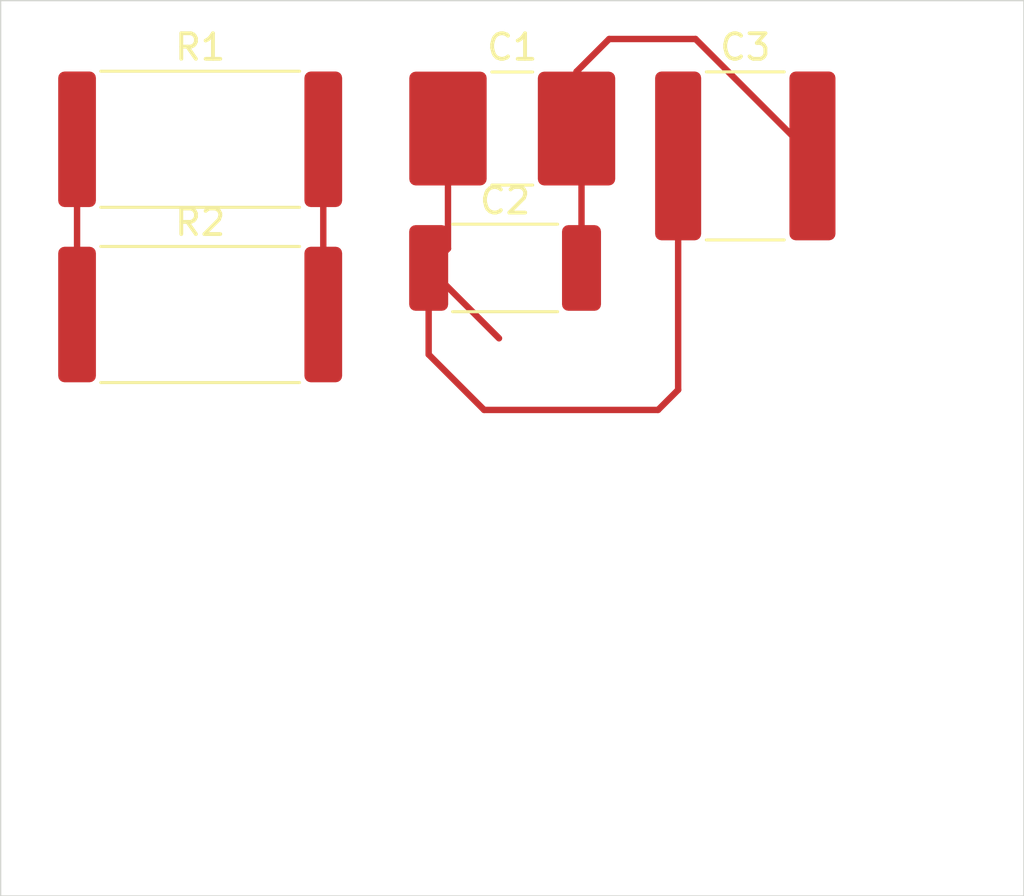
<source format=kicad_pcb>
(kicad_pcb (version 20171130) (host pcbnew 5.1.5-52549c5~84~ubuntu18.04.1)

  (general
    (thickness 1.6)
    (drawings 4)
    (tracks 16)
    (zones 0)
    (modules 5)
    (nets 5)
  )

  (page User 215.9 139.7)
  (layers
    (0 F.Cu signal)
    (31 B.Cu signal)
    (32 B.Adhes user)
    (33 F.Adhes user)
    (34 B.Paste user)
    (35 F.Paste user)
    (36 B.SilkS user)
    (37 F.SilkS user)
    (38 B.Mask user)
    (39 F.Mask user)
    (40 Dwgs.User user)
    (41 Cmts.User user)
    (42 Eco1.User user)
    (43 Eco2.User user)
    (44 Edge.Cuts user)
    (45 Margin user)
    (46 B.CrtYd user)
    (47 F.CrtYd user)
    (48 B.Fab user)
    (49 F.Fab user)
  )

  (setup
    (last_trace_width 0.25)
    (trace_clearance 0.2)
    (zone_clearance 0.508)
    (zone_45_only no)
    (trace_min 0.2)
    (via_size 0.8)
    (via_drill 0.4)
    (via_min_size 0.4)
    (via_min_drill 0.3)
    (uvia_size 0.3)
    (uvia_drill 0.1)
    (uvias_allowed no)
    (uvia_min_size 0.2)
    (uvia_min_drill 0.1)
    (edge_width 0.05)
    (segment_width 0.2)
    (pcb_text_width 0.3)
    (pcb_text_size 1.5 1.5)
    (mod_edge_width 0.12)
    (mod_text_size 1 1)
    (mod_text_width 0.15)
    (pad_size 1.524 1.524)
    (pad_drill 0.762)
    (pad_to_mask_clearance 0.051)
    (solder_mask_min_width 0.25)
    (aux_axis_origin 0 0)
    (visible_elements FFFFFF7F)
    (pcbplotparams
      (layerselection 0x010fc_ffffffff)
      (usegerberextensions false)
      (usegerberattributes false)
      (usegerberadvancedattributes false)
      (creategerberjobfile false)
      (excludeedgelayer true)
      (linewidth 0.100000)
      (plotframeref false)
      (viasonmask false)
      (mode 1)
      (useauxorigin false)
      (hpglpennumber 1)
      (hpglpenspeed 20)
      (hpglpendiameter 15.000000)
      (psnegative false)
      (psa4output false)
      (plotreference true)
      (plotvalue true)
      (plotinvisibletext false)
      (padsonsilk false)
      (subtractmaskfromsilk false)
      (outputformat 1)
      (mirror false)
      (drillshape 1)
      (scaleselection 1)
      (outputdirectory ""))
  )

  (net 0 "")
  (net 1 "Net-(C1-Pad2)")
  (net 2 "Net-(C1-Pad1)")
  (net 3 "Net-(R1-Pad2)")
  (net 4 "Net-(R1-Pad1)")

  (net_class Default "This is the default net class."
    (clearance 0.2)
    (trace_width 0.25)
    (via_dia 0.8)
    (via_drill 0.4)
    (uvia_dia 0.3)
    (uvia_drill 0.1)
    (add_net "Net-(C1-Pad1)")
    (add_net "Net-(C1-Pad2)")
    (add_net "Net-(R1-Pad1)")
    (add_net "Net-(R1-Pad2)")
  )

  (module Resistor_SMD:R_4020_10251Metric (layer F.Cu) (tedit 5B301BBD) (tstamp 5E08937B)
    (at 32.8 32.27)
    (descr "Resistor SMD 4020 (10251 Metric), square (rectangular) end terminal, IPC_7351 nominal, (Body size source: http://datasheet.octopart.com/HVC0603T5004FET-Ohmite-datasheet-26699797.pdf), generated with kicad-footprint-generator")
    (tags resistor)
    (path /5E082CF4)
    (attr smd)
    (fp_text reference R2 (at 0 -3.6) (layer F.SilkS)
      (effects (font (size 1 1) (thickness 0.15)))
    )
    (fp_text value R1R0 (at 0 3.6) (layer F.Fab)
      (effects (font (size 1 1) (thickness 0.15)))
    )
    (fp_text user %R (at 0 0) (layer F.Fab)
      (effects (font (size 1 1) (thickness 0.15)))
    )
    (fp_line (start 5.8 2.9) (end -5.8 2.9) (layer F.CrtYd) (width 0.05))
    (fp_line (start 5.8 -2.9) (end 5.8 2.9) (layer F.CrtYd) (width 0.05))
    (fp_line (start -5.8 -2.9) (end 5.8 -2.9) (layer F.CrtYd) (width 0.05))
    (fp_line (start -5.8 2.9) (end -5.8 -2.9) (layer F.CrtYd) (width 0.05))
    (fp_line (start -3.886252 2.66) (end 3.886252 2.66) (layer F.SilkS) (width 0.12))
    (fp_line (start -3.886252 -2.66) (end 3.886252 -2.66) (layer F.SilkS) (width 0.12))
    (fp_line (start 5.1 2.55) (end -5.1 2.55) (layer F.Fab) (width 0.1))
    (fp_line (start 5.1 -2.55) (end 5.1 2.55) (layer F.Fab) (width 0.1))
    (fp_line (start -5.1 -2.55) (end 5.1 -2.55) (layer F.Fab) (width 0.1))
    (fp_line (start -5.1 2.55) (end -5.1 -2.55) (layer F.Fab) (width 0.1))
    (pad 2 smd roundrect (at 4.8125 0) (size 1.475 5.3) (layers F.Cu F.Paste F.Mask) (roundrect_rratio 0.169492)
      (net 3 "Net-(R1-Pad2)"))
    (pad 1 smd roundrect (at -4.8125 0) (size 1.475 5.3) (layers F.Cu F.Paste F.Mask) (roundrect_rratio 0.169492)
      (net 4 "Net-(R1-Pad1)"))
    (model ${KISYS3DMOD}/Resistor_SMD.3dshapes/R_4020_10251Metric.wrl
      (at (xyz 0 0 0))
      (scale (xyz 1 1 1))
      (rotate (xyz 0 0 0))
    )
  )

  (module Resistor_SMD:R_4020_10251Metric (layer F.Cu) (tedit 5B301BBD) (tstamp 5E08936A)
    (at 32.8 25.42)
    (descr "Resistor SMD 4020 (10251 Metric), square (rectangular) end terminal, IPC_7351 nominal, (Body size source: http://datasheet.octopart.com/HVC0603T5004FET-Ohmite-datasheet-26699797.pdf), generated with kicad-footprint-generator")
    (tags resistor)
    (path /5E082B15)
    (attr smd)
    (fp_text reference R1 (at 0 -3.6) (layer F.SilkS)
      (effects (font (size 1 1) (thickness 0.15)))
    )
    (fp_text value R1R0 (at 0 3.6) (layer F.Fab)
      (effects (font (size 1 1) (thickness 0.15)))
    )
    (fp_text user %R (at 0 0) (layer F.Fab)
      (effects (font (size 1 1) (thickness 0.15)))
    )
    (fp_line (start 5.8 2.9) (end -5.8 2.9) (layer F.CrtYd) (width 0.05))
    (fp_line (start 5.8 -2.9) (end 5.8 2.9) (layer F.CrtYd) (width 0.05))
    (fp_line (start -5.8 -2.9) (end 5.8 -2.9) (layer F.CrtYd) (width 0.05))
    (fp_line (start -5.8 2.9) (end -5.8 -2.9) (layer F.CrtYd) (width 0.05))
    (fp_line (start -3.886252 2.66) (end 3.886252 2.66) (layer F.SilkS) (width 0.12))
    (fp_line (start -3.886252 -2.66) (end 3.886252 -2.66) (layer F.SilkS) (width 0.12))
    (fp_line (start 5.1 2.55) (end -5.1 2.55) (layer F.Fab) (width 0.1))
    (fp_line (start 5.1 -2.55) (end 5.1 2.55) (layer F.Fab) (width 0.1))
    (fp_line (start -5.1 -2.55) (end 5.1 -2.55) (layer F.Fab) (width 0.1))
    (fp_line (start -5.1 2.55) (end -5.1 -2.55) (layer F.Fab) (width 0.1))
    (pad 2 smd roundrect (at 4.8125 0) (size 1.475 5.3) (layers F.Cu F.Paste F.Mask) (roundrect_rratio 0.169492)
      (net 3 "Net-(R1-Pad2)"))
    (pad 1 smd roundrect (at -4.8125 0) (size 1.475 5.3) (layers F.Cu F.Paste F.Mask) (roundrect_rratio 0.169492)
      (net 4 "Net-(R1-Pad1)"))
    (model ${KISYS3DMOD}/Resistor_SMD.3dshapes/R_4020_10251Metric.wrl
      (at (xyz 0 0 0))
      (scale (xyz 1 1 1))
      (rotate (xyz 0 0 0))
    )
  )

  (module Capacitor_SMD:C_2225_5664Metric_Pad1.80x6.60mm_HandSolder (layer F.Cu) (tedit 5B301BBE) (tstamp 5E089359)
    (at 54.11 26.07)
    (descr "Capacitor SMD 2225 (5664 Metric), square (rectangular) end terminal, IPC_7351 nominal with elongated pad for handsoldering. (Body size from: http://datasheets.avx.com/AVX-HV_MLCC.pdf), generated with kicad-footprint-generator")
    (tags "capacitor handsolder")
    (path /5E0832B3/5E083DC4)
    (attr smd)
    (fp_text reference C3 (at 0 -4.25) (layer F.SilkS)
      (effects (font (size 1 1) (thickness 0.15)))
    )
    (fp_text value C1pf (at 0 4.25) (layer F.Fab)
      (effects (font (size 1 1) (thickness 0.15)))
    )
    (fp_text user %R (at 0 0) (layer F.Fab)
      (effects (font (size 1 1) (thickness 0.15)))
    )
    (fp_line (start 3.78 3.55) (end -3.78 3.55) (layer F.CrtYd) (width 0.05))
    (fp_line (start 3.78 -3.55) (end 3.78 3.55) (layer F.CrtYd) (width 0.05))
    (fp_line (start -3.78 -3.55) (end 3.78 -3.55) (layer F.CrtYd) (width 0.05))
    (fp_line (start -3.78 3.55) (end -3.78 -3.55) (layer F.CrtYd) (width 0.05))
    (fp_line (start -1.522369 3.285) (end 1.522369 3.285) (layer F.SilkS) (width 0.12))
    (fp_line (start -1.522369 -3.285) (end 1.522369 -3.285) (layer F.SilkS) (width 0.12))
    (fp_line (start 2.86 3.175) (end -2.86 3.175) (layer F.Fab) (width 0.1))
    (fp_line (start 2.86 -3.175) (end 2.86 3.175) (layer F.Fab) (width 0.1))
    (fp_line (start -2.86 -3.175) (end 2.86 -3.175) (layer F.Fab) (width 0.1))
    (fp_line (start -2.86 3.175) (end -2.86 -3.175) (layer F.Fab) (width 0.1))
    (pad 2 smd roundrect (at 2.625 0) (size 1.8 6.6) (layers F.Cu F.Paste F.Mask) (roundrect_rratio 0.138889)
      (net 1 "Net-(C1-Pad2)"))
    (pad 1 smd roundrect (at -2.625 0) (size 1.8 6.6) (layers F.Cu F.Paste F.Mask) (roundrect_rratio 0.138889)
      (net 2 "Net-(C1-Pad1)"))
    (model ${KISYS3DMOD}/Capacitor_SMD.3dshapes/C_2225_5664Metric.wrl
      (at (xyz 0 0 0))
      (scale (xyz 1 1 1))
      (rotate (xyz 0 0 0))
    )
  )

  (module Capacitor_SMD:C_2512_6332Metric_Pad1.52x3.35mm_HandSolder (layer F.Cu) (tedit 5B301BBE) (tstamp 5E089348)
    (at 44.72 30.45)
    (descr "Capacitor SMD 2512 (6332 Metric), square (rectangular) end terminal, IPC_7351 nominal with elongated pad for handsoldering. (Body size source: http://www.tortai-tech.com/upload/download/2011102023233369053.pdf), generated with kicad-footprint-generator")
    (tags "capacitor handsolder")
    (path /5E0832B3/5E08391D)
    (attr smd)
    (fp_text reference C2 (at 0 -2.62) (layer F.SilkS)
      (effects (font (size 1 1) (thickness 0.15)))
    )
    (fp_text value C1pf (at 0 2.62) (layer F.Fab)
      (effects (font (size 1 1) (thickness 0.15)))
    )
    (fp_text user %R (at 0 0) (layer F.Fab)
      (effects (font (size 1 1) (thickness 0.15)))
    )
    (fp_line (start 4 1.92) (end -4 1.92) (layer F.CrtYd) (width 0.05))
    (fp_line (start 4 -1.92) (end 4 1.92) (layer F.CrtYd) (width 0.05))
    (fp_line (start -4 -1.92) (end 4 -1.92) (layer F.CrtYd) (width 0.05))
    (fp_line (start -4 1.92) (end -4 -1.92) (layer F.CrtYd) (width 0.05))
    (fp_line (start -2.052064 1.71) (end 2.052064 1.71) (layer F.SilkS) (width 0.12))
    (fp_line (start -2.052064 -1.71) (end 2.052064 -1.71) (layer F.SilkS) (width 0.12))
    (fp_line (start 3.15 1.6) (end -3.15 1.6) (layer F.Fab) (width 0.1))
    (fp_line (start 3.15 -1.6) (end 3.15 1.6) (layer F.Fab) (width 0.1))
    (fp_line (start -3.15 -1.6) (end 3.15 -1.6) (layer F.Fab) (width 0.1))
    (fp_line (start -3.15 1.6) (end -3.15 -1.6) (layer F.Fab) (width 0.1))
    (pad 2 smd roundrect (at 2.9875 0) (size 1.525 3.35) (layers F.Cu F.Paste F.Mask) (roundrect_rratio 0.163934)
      (net 1 "Net-(C1-Pad2)"))
    (pad 1 smd roundrect (at -2.9875 0) (size 1.525 3.35) (layers F.Cu F.Paste F.Mask) (roundrect_rratio 0.163934)
      (net 2 "Net-(C1-Pad1)"))
    (model ${KISYS3DMOD}/Capacitor_SMD.3dshapes/C_2512_6332Metric.wrl
      (at (xyz 0 0 0))
      (scale (xyz 1 1 1))
      (rotate (xyz 0 0 0))
    )
  )

  (module Capacitor_SMD:C_2816_7142Metric (layer F.Cu) (tedit 5B341556) (tstamp 5E089337)
    (at 45 25)
    (descr "Capacitor SMD 2816 (7142 Metric), square (rectangular) end terminal, IPC_7351 nominal, (Body size from: https://www.vishay.com/docs/30100/wsl.pdf), generated with kicad-footprint-generator")
    (tags capacitor)
    (path /5E0832B3/5E083763)
    (attr smd)
    (fp_text reference C1 (at 0 -3.18) (layer F.SilkS)
      (effects (font (size 1 1) (thickness 0.15)))
    )
    (fp_text value C1pf (at 0 3.18) (layer F.Fab)
      (effects (font (size 1 1) (thickness 0.15)))
    )
    (fp_text user %R (at 0 0) (layer F.Fab)
      (effects (font (size 1 1) (thickness 0.15)))
    )
    (fp_line (start 4.28 2.48) (end -4.28 2.48) (layer F.CrtYd) (width 0.05))
    (fp_line (start 4.28 -2.48) (end 4.28 2.48) (layer F.CrtYd) (width 0.05))
    (fp_line (start -4.28 -2.48) (end 4.28 -2.48) (layer F.CrtYd) (width 0.05))
    (fp_line (start -4.28 2.48) (end -4.28 -2.48) (layer F.CrtYd) (width 0.05))
    (fp_line (start -0.797369 2.21) (end 0.797369 2.21) (layer F.SilkS) (width 0.12))
    (fp_line (start -0.797369 -2.21) (end 0.797369 -2.21) (layer F.SilkS) (width 0.12))
    (fp_line (start 3.55 2.1) (end -3.55 2.1) (layer F.Fab) (width 0.1))
    (fp_line (start 3.55 -2.1) (end 3.55 2.1) (layer F.Fab) (width 0.1))
    (fp_line (start -3.55 -2.1) (end 3.55 -2.1) (layer F.Fab) (width 0.1))
    (fp_line (start -3.55 2.1) (end -3.55 -2.1) (layer F.Fab) (width 0.1))
    (pad 2 smd roundrect (at 2.5125 0) (size 3.025 4.45) (layers F.Cu F.Paste F.Mask) (roundrect_rratio 0.082645)
      (net 1 "Net-(C1-Pad2)"))
    (pad 1 smd roundrect (at -2.5125 0) (size 3.025 4.45) (layers F.Cu F.Paste F.Mask) (roundrect_rratio 0.082645)
      (net 2 "Net-(C1-Pad1)"))
    (model ${KISYS3DMOD}/Capacitor_SMD.3dshapes/C_2816_7142Metric.wrl
      (at (xyz 0 0 0))
      (scale (xyz 1 1 1))
      (rotate (xyz 0 0 0))
    )
  )

  (gr_line (start 65 20) (end 25 20) (layer Edge.Cuts) (width 0.05) (tstamp 5E082B41))
  (gr_line (start 65 55) (end 65 20) (layer Edge.Cuts) (width 0.05))
  (gr_line (start 25 55) (end 65 55) (layer Edge.Cuts) (width 0.05))
  (gr_line (start 25 20) (end 25 55) (layer Edge.Cuts) (width 0.05))

  (segment (start 47.7075 25.195) (end 47.5125 25) (width 0.25) (layer F.Cu) (net 1))
  (segment (start 47.7075 30.45) (end 47.7075 25.195) (width 0.25) (layer F.Cu) (net 1))
  (segment (start 47.5125 22.775) (end 48.7875 21.5) (width 0.25) (layer F.Cu) (net 1))
  (segment (start 47.5125 25) (end 47.5125 22.775) (width 0.25) (layer F.Cu) (net 1))
  (segment (start 52.165 21.5) (end 56.735 26.07) (width 0.25) (layer F.Cu) (net 1))
  (segment (start 48.7875 21.5) (end 52.165 21.5) (width 0.25) (layer F.Cu) (net 1))
  (segment (start 42.4875 29.695) (end 41.7325 30.45) (width 0.25) (layer F.Cu) (net 2))
  (segment (start 42.4875 25) (end 42.4875 29.695) (width 0.25) (layer F.Cu) (net 2))
  (segment (start 41.7325 30.45) (end 44.4825 33.2) (width 0.25) (layer F.Cu) (net 2))
  (segment (start 51.485 26.07) (end 51.485 35.215) (width 0.25) (layer F.Cu) (net 2))
  (segment (start 51.485 35.215) (end 50.7 36) (width 0.25) (layer F.Cu) (net 2))
  (segment (start 50.7 36) (end 43.9 36) (width 0.25) (layer F.Cu) (net 2))
  (segment (start 41.7325 33.8325) (end 41.7325 30.45) (width 0.25) (layer F.Cu) (net 2))
  (segment (start 43.9 36) (end 41.7325 33.8325) (width 0.25) (layer F.Cu) (net 2))
  (segment (start 37.6125 32.27) (end 37.6125 25.42) (width 0.25) (layer F.Cu) (net 3))
  (segment (start 27.9875 25.42) (end 27.9875 32.27) (width 0.25) (layer F.Cu) (net 4))

)

</source>
